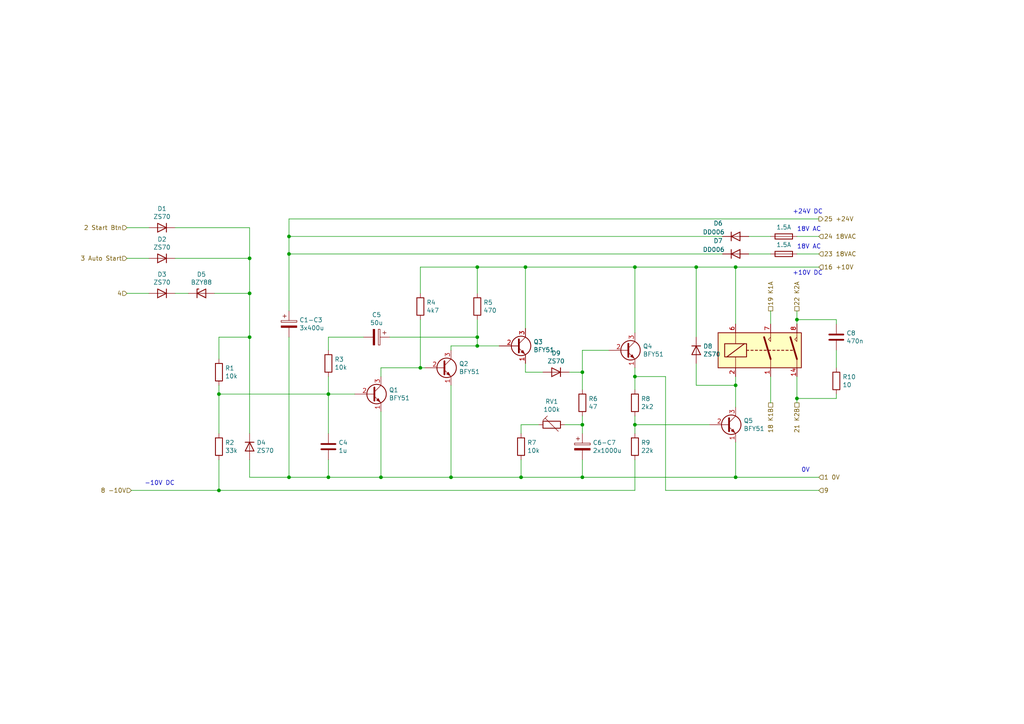
<source format=kicad_sch>
(kicad_sch (version 20211123) (generator eeschema)
  (paper "A4")
  (lib_symbols
    (symbol "Device:C" (pin_numbers hide) (pin_names (offset 0.254))
      (property "Reference" "C" (at 0.635 2.54 0))
      (property "Value" "C" (at 0.635 -2.54 0))
      (symbol "C_0_1"
        (polyline (pts (xy -2.032 -0.762) (xy 2.032 -0.762)) (stroke (width 0.508)))
        (polyline (pts (xy -2.032 0.762) (xy 2.032 0.762)) (stroke (width 0.508)))
      )
      (symbol "C_1_1"
        (pin passive line (at 0 3.81 270) (length 2.794) (name "~") (number "1"))
        (pin passive line (at 0 -3.81 90) (length 2.794) (name "~") (number "2"))
      )
    )
    (symbol "Device:C_Polarized" (pin_numbers hide) (pin_names (offset 0.254))
      (property "Reference" "C" (at 0.635 2.54 0))
      (property "Value" "C_Polarized" (at 0.635 -2.54 0))
      (symbol "C_Polarized_0_1"
        (rectangle (start -2.286 0.508) (end 2.286 1.016))
        (polyline (pts (xy -1.778 2.286) (xy -0.762 2.286)))
        (polyline (pts (xy -1.27 2.794) (xy -1.27 1.778)))
        (rectangle (start 2.286 -0.508) (end -2.286 -1.016) (fill (type outline)))
      )
      (symbol "C_Polarized_1_1"
        (pin passive line (at 0 3.81 270) (length 2.794) (name "~") (number "1"))
        (pin passive line (at 0 -3.81 90) (length 2.794) (name "~") (number "2"))
      )
    )
    (symbol "Device:D" (pin_numbers hide) (pin_names (offset 1.016) hide)
      (property "Reference" "D" (at 0 2.54 0))
      (property "Value" "D" (at 0 -2.54 0))
      (symbol "D_0_1"
        (polyline (pts (xy -1.27 1.27) (xy -1.27 -1.27)) (stroke (width 0.254)))
        (polyline (pts (xy 1.27 0) (xy -1.27 0)))
        (polyline (pts (xy 1.27 1.27) (xy 1.27 -1.27) (xy -1.27 0) (xy 1.27 1.27)) (stroke (width 0.254)))
      )
      (symbol "D_1_1"
        (pin passive line (at -3.81 0 0) (length 2.54) (name "K") (number "1"))
        (pin passive line (at 3.81 0 180) (length 2.54) (name "A") (number "2"))
      )
    )
    (symbol "Device:D_Zener" (pin_numbers hide) (pin_names (offset 1.016) hide)
      (property "Reference" "D" (at 0 2.54 0))
      (property "Value" "D_Zener" (at 0 -2.54 0))
      (symbol "D_Zener_0_1"
        (polyline (pts (xy 1.27 0) (xy -1.27 0)))
        (polyline (pts (xy -1.27 -1.27) (xy -1.27 1.27) (xy -0.762 1.27)) (stroke (width 0.254)))
        (polyline (pts (xy 1.27 -1.27) (xy 1.27 1.27) (xy -1.27 0) (xy 1.27 -1.27)) (stroke (width 0.254)))
      )
      (symbol "D_Zener_1_1"
        (pin passive line (at -3.81 0 0) (length 2.54) (name "K") (number "1"))
        (pin passive line (at 3.81 0 180) (length 2.54) (name "A") (number "2"))
      )
    )
    (symbol "Device:Fuse" (pin_numbers hide) (pin_names (offset 0))
      (property "Reference" "F" (at 2.032 0 90))
      (property "Value" "Fuse" (at -1.905 0 90))
      (symbol "Fuse_0_1"
        (rectangle (start -0.762 -2.54) (end 0.762 2.54) (stroke (width 0.254)))
        (polyline (pts (xy 0 2.54) (xy 0 -2.54)))
      )
      (symbol "Fuse_1_1"
        (pin passive line (at 0 3.81 270) (length 1.27) (name "~") (number "1"))
        (pin passive line (at 0 -3.81 90) (length 1.27) (name "~") (number "2"))
      )
    )
    (symbol "Device:Q_NPN_EBC" (pin_names (offset 0) hide)
      (property "Reference" "Q" (at 5.08 1.27 0))
      (property "Value" "Q_NPN_EBC" (at 5.08 -1.27 0))
      (symbol "Q_NPN_EBC_0_1"
        (polyline (pts (xy 0.635 0.635) (xy 2.54 2.54)))
        (polyline (pts (xy 0.635 -0.635) (xy 2.54 -2.54) (xy 2.54 -2.54)))
        (polyline (pts (xy 0.635 1.905) (xy 0.635 -1.905) (xy 0.635 -1.905)) (stroke (width 0.508)))
        (polyline (pts (xy 1.27 -1.778) (xy 1.778 -1.27) (xy 2.286 -2.286) (xy 1.27 -1.778) (xy 1.27 -1.778)) (fill (type outline)))
        (circle (center 1.27 0) (radius 2.8194) (stroke (width 0.254)))
      )
      (symbol "Q_NPN_EBC_1_1"
        (pin passive line (at 2.54 -5.08 90) (length 2.54) (name "E") (number "1"))
        (pin passive line (at -5.08 0 0) (length 5.715) (name "B") (number "2"))
        (pin passive line (at 2.54 5.08 270) (length 2.54) (name "C") (number "3"))
      )
    )
    (symbol "Device:R" (pin_numbers hide) (pin_names (offset 0))
      (property "Reference" "R" (at 2.032 0 90))
      (property "Value" "R" (at 0 0 90))
      (symbol "R_0_1"
        (rectangle (start -1.016 -2.54) (end 1.016 2.54) (stroke (width 0.254)))
      )
      (symbol "R_1_1"
        (pin passive line (at 0 3.81 270) (length 1.27) (name "~") (number "1"))
        (pin passive line (at 0 -3.81 90) (length 1.27) (name "~") (number "2"))
      )
    )
    (symbol "Device:R_Trim" (pin_numbers hide) (pin_names (offset 0))
      (property "Reference" "R" (at 2.54 -2.54 90))
      (property "Value" "R_Trim" (at -2.54 -0.635 90))
      (symbol "R_Trim_0_1"
        (rectangle (start -1.016 -2.54) (end 1.016 2.54) (stroke (width 0.254)))
        (polyline (pts (xy -1.905 -1.905) (xy 1.905 1.905) (xy 2.54 1.27) (xy 1.27 2.54)))
      )
      (symbol "R_Trim_1_1"
        (pin passive line (at 0 3.81 270) (length 1.27) (name "~") (number "1"))
        (pin passive line (at 0 -3.81 90) (length 1.27) (name "~") (number "2"))
      )
    )
    (symbol "Relay:DIPxx-2Axx-21x"
      (property "Reference" "K" (at 12.7 3.81 0))
      (property "Value" "DIPxx-2Axx-21x" (at 12.7 1.27 0))
      (symbol "DIPxx-2Axx-21x_0_0"
        (polyline (pts (xy 2.54 5.08) (xy 2.54 2.54) (xy 1.905 3.175) (xy 2.54 3.81)))
        (polyline (pts (xy 10.16 5.08) (xy 10.16 2.54) (xy 9.525 3.175) (xy 10.16 3.81)))
      )
      (symbol "DIPxx-2Axx-21x_0_1"
        (rectangle (start -12.7 5.08) (end 11.43 -5.08) (stroke (width 0.254)) (fill (type background)))
        (rectangle (start -10.795 1.905) (end -4.445 -1.905) (stroke (width 0.254)))
        (polyline (pts (xy -10.16 -1.905) (xy -5.08 1.905)) (stroke (width 0.254)))
        (polyline (pts (xy -7.62 -5.08) (xy -7.62 -1.905)))
        (polyline (pts (xy -7.62 5.08) (xy -7.62 1.905)))
        (polyline (pts (xy -4.445 0) (xy -3.81 0)) (stroke (width 0.254)))
        (polyline (pts (xy -3.175 0) (xy -2.54 0)) (stroke (width 0.254)))
        (polyline (pts (xy -1.905 0) (xy -1.27 0)) (stroke (width 0.254)))
        (polyline (pts (xy -0.635 0) (xy 0 0)) (stroke (width 0.254)))
        (polyline (pts (xy 0.635 0) (xy 1.27 0)) (stroke (width 0.254)))
        (polyline (pts (xy 1.905 0) (xy 2.54 0)) (stroke (width 0.254)))
        (polyline (pts (xy 2.54 -2.54) (xy 0.635 3.81)) (stroke (width 0.508)))
        (polyline (pts (xy 2.54 -2.54) (xy 2.54 -5.08)))
        (polyline (pts (xy 3.175 0) (xy 3.81 0)) (stroke (width 0.254)))
        (polyline (pts (xy 4.445 0) (xy 5.08 0)) (stroke (width 0.254)))
        (polyline (pts (xy 5.715 0) (xy 6.35 0)) (stroke (width 0.254)))
        (polyline (pts (xy 6.985 0) (xy 7.62 0)) (stroke (width 0.254)))
        (polyline (pts (xy 8.255 0) (xy 8.89 0)) (stroke (width 0.254)))
        (polyline (pts (xy 10.16 -2.54) (xy 8.255 3.81)) (stroke (width 0.508)))
        (polyline (pts (xy 10.16 -2.54) (xy 10.16 -5.08)))
      )
      (symbol "DIPxx-2Axx-21x_1_1"
        (pin passive line (at 2.54 -7.62 90) (length 2.54) (name "~") (number "1"))
        (pin passive line (at 10.16 -7.62 90) (length 2.54) (name "~") (number "14"))
        (pin passive line (at -7.62 -7.62 90) (length 2.54) (name "~") (number "2"))
        (pin passive line (at -7.62 7.62 270) (length 2.54) (name "~") (number "6"))
        (pin passive line (at 2.54 7.62 270) (length 2.54) (name "~") (number "7"))
        (pin passive line (at 10.16 7.62 270) (length 2.54) (name "~") (number "8"))
      )
    )
  )
  (junction (at 95.25 114.3))
  (junction (at 184.15 109.22))
  (junction (at 72.39 97.79))
  (junction (at 213.36 111.76))
  (junction (at 72.39 74.93))
  (junction (at 83.82 73.66))
  (junction (at 152.4 77.47))
  (junction (at 184.15 123.19))
  (junction (at 138.43 97.79))
  (junction (at 184.15 77.47))
  (junction (at 168.91 123.19))
  (junction (at 83.82 68.58))
  (junction (at 63.5 114.3))
  (junction (at 121.92 106.68))
  (junction (at 151.13 138.43))
  (junction (at 72.39 85.09))
  (junction (at 138.43 100.33))
  (junction (at 231.14 92.71))
  (junction (at 110.49 138.43))
  (junction (at 168.91 138.43))
  (junction (at 213.36 138.43))
  (junction (at 231.14 115.57))
  (junction (at 95.25 138.43))
  (junction (at 201.93 77.47))
  (junction (at 130.81 138.43))
  (junction (at 168.91 107.95))
  (junction (at 63.5 142.24))
  (junction (at 138.43 77.47))
  (junction (at 213.36 77.47))
  (junction (at 83.82 138.43))
  (wire (pts (xy 223.52 90.17) (xy 223.52 93.98)))
  (wire (pts (xy 138.43 97.79) (xy 138.43 100.33)))
  (wire (pts (xy 231.14 115.57) (xy 231.14 116.84)))
  (wire (pts (xy 156.21 123.19) (xy 151.13 123.19)))
  (wire (pts (xy 157.48 107.95) (xy 152.4 107.95)))
  (wire (pts (xy 237.49 77.47) (xy 213.36 77.47)))
  (wire (pts (xy 105.41 97.79) (xy 95.25 97.79)))
  (wire (pts (xy 168.91 138.43) (xy 151.13 138.43)))
  (wire (pts (xy 213.36 138.43) (xy 213.36 128.27)))
  (wire (pts (xy 83.82 97.79) (xy 83.82 138.43)))
  (wire (pts (xy 63.5 104.14) (xy 63.5 97.79)))
  (wire (pts (xy 138.43 100.33) (xy 144.78 100.33)))
  (wire (pts (xy 138.43 77.47) (xy 152.4 77.47)))
  (wire (pts (xy 63.5 97.79) (xy 72.39 97.79)))
  (wire (pts (xy 168.91 133.35) (xy 168.91 138.43)))
  (wire (pts (xy 201.93 105.41) (xy 201.93 111.76)))
  (wire (pts (xy 151.13 123.19) (xy 151.13 125.73)))
  (wire (pts (xy 213.36 77.47) (xy 201.93 77.47)))
  (wire (pts (xy 193.04 142.24) (xy 237.49 142.24)))
  (wire (pts (xy 242.57 114.3) (xy 242.57 115.57)))
  (wire (pts (xy 83.82 68.58) (xy 83.82 63.5)))
  (wire (pts (xy 72.39 138.43) (xy 72.39 133.35)))
  (wire (pts (xy 36.83 74.93) (xy 43.18 74.93)))
  (wire (pts (xy 201.93 111.76) (xy 213.36 111.76)))
  (wire (pts (xy 213.36 111.76) (xy 213.36 118.11)))
  (wire (pts (xy 165.1 107.95) (xy 168.91 107.95)))
  (wire (pts (xy 231.14 68.58) (xy 237.49 68.58)))
  (wire (pts (xy 152.4 107.95) (xy 152.4 105.41)))
  (wire (pts (xy 201.93 77.47) (xy 201.93 97.79)))
  (wire (pts (xy 151.13 138.43) (xy 130.81 138.43)))
  (wire (pts (xy 152.4 95.25) (xy 152.4 77.47)))
  (wire (pts (xy 50.8 66.04) (xy 72.39 66.04)))
  (wire (pts (xy 72.39 66.04) (xy 72.39 74.93)))
  (wire (pts (xy 130.81 100.33) (xy 138.43 100.33)))
  (wire (pts (xy 231.14 109.22) (xy 231.14 115.57)))
  (wire (pts (xy 231.14 92.71) (xy 231.14 93.98)))
  (wire (pts (xy 184.15 120.65) (xy 184.15 123.19)))
  (wire (pts (xy 209.55 73.66) (xy 83.82 73.66)))
  (wire (pts (xy 95.25 138.43) (xy 83.82 138.43)))
  (wire (pts (xy 213.36 109.22) (xy 213.36 111.76)))
  (wire (pts (xy 152.4 77.47) (xy 184.15 77.47)))
  (wire (pts (xy 50.8 85.09) (xy 54.61 85.09)))
  (wire (pts (xy 130.81 111.76) (xy 130.81 138.43)))
  (wire (pts (xy 62.23 85.09) (xy 72.39 85.09)))
  (wire (pts (xy 130.81 138.43) (xy 110.49 138.43)))
  (wire (pts (xy 184.15 106.68) (xy 184.15 109.22)))
  (wire (pts (xy 95.25 109.22) (xy 95.25 114.3)))
  (wire (pts (xy 121.92 85.09) (xy 121.92 77.47)))
  (wire (pts (xy 83.82 73.66) (xy 83.82 68.58)))
  (wire (pts (xy 72.39 74.93) (xy 72.39 85.09)))
  (wire (pts (xy 168.91 138.43) (xy 213.36 138.43)))
  (wire (pts (xy 110.49 106.68) (xy 110.49 109.22)))
  (wire (pts (xy 237.49 73.66) (xy 231.14 73.66)))
  (wire (pts (xy 83.82 90.17) (xy 83.82 73.66)))
  (wire (pts (xy 83.82 138.43) (xy 72.39 138.43)))
  (wire (pts (xy 223.52 73.66) (xy 217.17 73.66)))
  (wire (pts (xy 121.92 92.71) (xy 121.92 106.68)))
  (wire (pts (xy 168.91 101.6) (xy 168.91 107.95)))
  (wire (pts (xy 205.74 123.19) (xy 184.15 123.19)))
  (wire (pts (xy 168.91 123.19) (xy 168.91 125.73)))
  (wire (pts (xy 63.5 142.24) (xy 38.1 142.24)))
  (wire (pts (xy 242.57 115.57) (xy 231.14 115.57)))
  (wire (pts (xy 110.49 138.43) (xy 95.25 138.43)))
  (wire (pts (xy 95.25 97.79) (xy 95.25 101.6)))
  (wire (pts (xy 242.57 93.98) (xy 242.57 92.71)))
  (wire (pts (xy 50.8 74.93) (xy 72.39 74.93)))
  (wire (pts (xy 168.91 120.65) (xy 168.91 123.19)))
  (wire (pts (xy 138.43 85.09) (xy 138.43 77.47)))
  (wire (pts (xy 184.15 123.19) (xy 184.15 125.73)))
  (wire (pts (xy 113.03 97.79) (xy 138.43 97.79)))
  (wire (pts (xy 121.92 106.68) (xy 110.49 106.68)))
  (wire (pts (xy 63.5 142.24) (xy 63.5 133.35)))
  (wire (pts (xy 63.5 111.76) (xy 63.5 114.3)))
  (wire (pts (xy 36.83 85.09) (xy 43.18 85.09)))
  (wire (pts (xy 223.52 68.58) (xy 217.17 68.58)))
  (wire (pts (xy 63.5 114.3) (xy 63.5 125.73)))
  (wire (pts (xy 242.57 101.6) (xy 242.57 106.68)))
  (wire (pts (xy 110.49 119.38) (xy 110.49 138.43)))
  (wire (pts (xy 184.15 77.47) (xy 201.93 77.47)))
  (wire (pts (xy 209.55 68.58) (xy 83.82 68.58)))
  (wire (pts (xy 242.57 92.71) (xy 231.14 92.71)))
  (wire (pts (xy 223.52 116.84) (xy 223.52 109.22)))
  (wire (pts (xy 176.53 101.6) (xy 168.91 101.6)))
  (wire (pts (xy 184.15 109.22) (xy 193.04 109.22)))
  (wire (pts (xy 138.43 92.71) (xy 138.43 97.79)))
  (wire (pts (xy 72.39 97.79) (xy 72.39 125.73)))
  (wire (pts (xy 193.04 109.22) (xy 193.04 142.24)))
  (wire (pts (xy 168.91 107.95) (xy 168.91 113.03)))
  (wire (pts (xy 123.19 106.68) (xy 121.92 106.68)))
  (wire (pts (xy 184.15 96.52) (xy 184.15 77.47)))
  (wire (pts (xy 213.36 77.47) (xy 213.36 93.98)))
  (wire (pts (xy 43.18 66.04) (xy 36.83 66.04)))
  (wire (pts (xy 163.83 123.19) (xy 168.91 123.19)))
  (wire (pts (xy 83.82 63.5) (xy 237.49 63.5)))
  (wire (pts (xy 184.15 109.22) (xy 184.15 113.03)))
  (wire (pts (xy 184.15 142.24) (xy 63.5 142.24)))
  (wire (pts (xy 95.25 114.3) (xy 63.5 114.3)))
  (wire (pts (xy 151.13 133.35) (xy 151.13 138.43)))
  (wire (pts (xy 95.25 133.35) (xy 95.25 138.43)))
  (wire (pts (xy 237.49 138.43) (xy 213.36 138.43)))
  (wire (pts (xy 72.39 85.09) (xy 72.39 97.79)))
  (wire (pts (xy 95.25 114.3) (xy 95.25 125.73)))
  (wire (pts (xy 121.92 77.47) (xy 138.43 77.47)))
  (wire (pts (xy 184.15 133.35) (xy 184.15 142.24)))
  (wire (pts (xy 130.81 100.33) (xy 130.81 101.6)))
  (wire (pts (xy 231.14 90.17) (xy 231.14 92.71)))
  (wire (pts (xy 102.87 114.3) (xy 95.25 114.3)))
  (text "+24V DC" (at 229.87 62.23 0) (effects (font (size 1.27 1.27)) (justify left bottom)))
  (text "0V" (at 232.41 137.16 0) (effects (font (size 1.27 1.27)) (justify left bottom)))
  (text "-10V DC" (at 41.91 140.97 0) (effects (font (size 1.27 1.27)) (justify left bottom)))
  (text "18V AC" (at 231.14 67.31 0) (effects (font (size 1.27 1.27)) (justify left bottom)))
  (text "18V AC" (at 231.14 72.39 0) (effects (font (size 1.27 1.27)) (justify left bottom)))
  (text "+10V DC" (at 229.87 80.01 0) (effects (font (size 1.27 1.27)) (justify left bottom)))
  (hierarchical_label "18 K1B" (shape passive) (at 223.52 116.84 270))
  (hierarchical_label "2 Start Btn" (shape input) (at 36.83 66.04 180))
  (hierarchical_label "24 18VAC" (shape input) (at 237.49 68.58 0))
  (hierarchical_label "23 18VAC" (shape input) (at 237.49 73.66 0))
  (hierarchical_label "9" (shape input) (at 237.49 142.24 0))
  (hierarchical_label "3 Auto Start" (shape input) (at 36.83 74.93 180))
  (hierarchical_label "21 K2B" (shape passive) (at 231.14 116.84 270))
  (hierarchical_label "8 -10V" (shape input) (at 38.1 142.24 180))
  (hierarchical_label "22 K2A" (shape passive) (at 231.14 90.17 90))
  (hierarchical_label "1 0V" (shape input) (at 237.49 138.43 0))
  (hierarchical_label "19 K1A" (shape passive) (at 223.52 90.17 90))
  (hierarchical_label "16 +10V" (shape input) (at 237.49 77.47 0))
  (hierarchical_label "25 +24V" (shape output) (at 237.49 63.5 0))
  (hierarchical_label "4" (shape input) (at 36.83 85.09 180))
  (symbol (lib_id "Device:D") (at 213.36 68.58 0) (unit 1)
    (property "Reference" "D6" (at 208.28 64.77 0))
    (property "Value" "DD006" (at 207.01 67.31 0))
  )
  (symbol (lib_id "Device:D") (at 213.36 73.66 0) (unit 1)
    (property "Reference" "D7" (at 208.28 69.85 0))
    (property "Value" "DD006" (at 207.01 72.39 0))
  )
  (symbol (lib_id "Device:D") (at 201.93 101.6 270) (unit 1)
    (property "Reference" "D8" (at 203.962 100.4316 90) (effects (justify left)))
    (property "Value" "ZS70" (at 203.962 102.743 90) (effects (justify left)))
  )
  (symbol (lib_id "Device:D") (at 161.29 107.95 180) (unit 1)
    (property "Reference" "D9" (at 161.29 102.4382 0))
    (property "Value" "ZS70" (at 161.29 104.7496 0))
  )
  (symbol (lib_id "Device:D") (at 72.39 129.54 270) (unit 1)
    (property "Reference" "D4" (at 74.422 128.3716 90) (effects (justify left)))
    (property "Value" "ZS70" (at 74.422 130.683 90) (effects (justify left)))
  )
  (symbol (lib_id "Device:D") (at 46.99 66.04 180) (unit 1)
    (property "Reference" "D1" (at 46.99 60.5282 0))
    (property "Value" "ZS70" (at 46.99 62.8396 0))
  )
  (symbol (lib_id "Device:D") (at 46.99 74.93 180) (unit 1)
    (property "Reference" "D2" (at 46.99 69.4182 0))
    (property "Value" "ZS70" (at 46.99 71.7296 0))
  )
  (symbol (lib_id "Device:D") (at 46.99 85.09 180) (unit 1)
    (property "Reference" "D3" (at 46.99 79.5782 0))
    (property "Value" "ZS70" (at 46.99 81.8896 0))
  )
  (symbol (lib_id "Device:D_Zener") (at 58.42 85.09 0) (unit 1)
    (property "Reference" "D5" (at 58.42 79.5782 0))
    (property "Value" "BZY88" (at 58.42 81.8896 0))
  )
  (symbol (lib_id "Device:Fuse") (at 227.33 73.66 90) (unit 1)
    (property "Reference" "F2" (effects hide))
    (property "Value" "1.5A" (at 227.33 70.993 90))
  )
  (symbol (lib_id "Device:Fuse") (at 227.33 68.58 90) (unit 1)
    (property "Reference" "F1" (effects hide))
    (property "Value" "1.5A" (at 227.33 65.913 90))
  )
  (symbol (lib_id "Device:Q_NPN_EBC") (at 107.95 114.3 0) (unit 1)
    (property "Reference" "Q1" (at 112.8014 113.1316 0) (effects (justify left)))
    (property "Value" "BFY51" (at 112.8014 115.443 0) (effects (justify left)))
  )
  (symbol (lib_id "Device:Q_NPN_EBC") (at 128.27 106.68 0) (unit 1)
    (property "Reference" "Q2" (at 133.1214 105.5116 0) (effects (justify left)))
    (property "Value" "BFY51" (at 133.1214 107.823 0) (effects (justify left)))
  )
  (symbol (lib_id "Device:Q_NPN_EBC") (at 210.82 123.19 0) (unit 1)
    (property "Reference" "Q5" (at 215.6714 122.0216 0) (effects (justify left)))
    (property "Value" "BFY51" (at 215.6714 124.333 0) (effects (justify left)))
  )
  (symbol (lib_id "Device:Q_NPN_EBC") (at 149.86 100.33 0) (unit 1)
    (property "Reference" "Q3" (at 154.7114 99.1616 0) (effects (justify left)))
    (property "Value" "BFY51" (at 154.7114 101.473 0) (effects (justify left)))
  )
  (symbol (lib_id "Device:Q_NPN_EBC") (at 181.61 101.6 0) (unit 1)
    (property "Reference" "Q4" (at 186.4614 100.4316 0) (effects (justify left)))
    (property "Value" "BFY51" (at 186.4614 102.743 0) (effects (justify left)))
  )
  (symbol (lib_id "Device:R") (at 63.5 107.95 0) (unit 1)
    (property "Reference" "R1" (at 65.278 106.7816 0) (effects (justify left)))
    (property "Value" "10k" (at 65.278 109.093 0) (effects (justify left)))
  )
  (symbol (lib_id "Device:R") (at 63.5 129.54 0) (unit 1)
    (property "Reference" "R2" (at 65.278 128.3716 0) (effects (justify left)))
    (property "Value" "33k" (at 65.278 130.683 0) (effects (justify left)))
  )
  (symbol (lib_id "Device:R") (at 95.25 105.41 0) (unit 1)
    (property "Reference" "R3" (at 97.028 104.2416 0) (effects (justify left)))
    (property "Value" "10k" (at 97.028 106.553 0) (effects (justify left)))
  )
  (symbol (lib_id "Device:R") (at 121.92 88.9 0) (unit 1)
    (property "Reference" "R4" (at 123.698 87.7316 0) (effects (justify left)))
    (property "Value" "4k7" (at 123.698 90.043 0) (effects (justify left)))
  )
  (symbol (lib_id "Device:R") (at 138.43 88.9 0) (unit 1)
    (property "Reference" "R5" (at 140.208 87.7316 0) (effects (justify left)))
    (property "Value" "470" (at 140.208 90.043 0) (effects (justify left)))
  )
  (symbol (lib_id "Device:R") (at 151.13 129.54 0) (unit 1)
    (property "Reference" "R7" (at 152.908 128.3716 0) (effects (justify left)))
    (property "Value" "10k" (at 152.908 130.683 0) (effects (justify left)))
  )
  (symbol (lib_id "Device:R") (at 168.91 116.84 0) (unit 1)
    (property "Reference" "R6" (at 170.688 115.6716 0) (effects (justify left)))
    (property "Value" "47" (at 170.688 117.983 0) (effects (justify left)))
  )
  (symbol (lib_id "Device:R") (at 184.15 129.54 0) (unit 1)
    (property "Reference" "R9" (at 185.928 128.3716 0) (effects (justify left)))
    (property "Value" "22k" (at 185.928 130.683 0) (effects (justify left)))
  )
  (symbol (lib_id "Device:R") (at 184.15 116.84 0) (unit 1)
    (property "Reference" "R8" (at 185.928 115.6716 0) (effects (justify left)))
    (property "Value" "2k2" (at 185.928 117.983 0) (effects (justify left)))
  )
  (symbol (lib_id "Device:R") (at 242.57 110.49 0) (unit 1)
    (property "Reference" "R10" (at 244.348 109.3216 0) (effects (justify left)))
    (property "Value" "10" (at 244.348 111.633 0) (effects (justify left)))
  )
  (symbol (lib_id "Device:R_Trim") (at 160.02 123.19 90) (unit 1)
    (property "Reference" "RV1" (at 160.02 116.459 90))
    (property "Value" "100k" (at 160.02 118.7704 90))
  )
  (symbol (lib_id "Device:C_Polarized") (at 109.22 97.79 270) (unit 1)
    (property "Reference" "C5" (at 109.22 91.313 90))
    (property "Value" "50u" (at 109.22 93.6244 90))
  )
  (symbol (lib_id "Device:C_Polarized") (at 168.91 129.54 0) (unit 1)
    (property "Reference" "C6-C7" (at 171.9072 128.3716 0) (effects (justify left)))
    (property "Value" "2x1000u" (at 171.9072 130.683 0) (effects (justify left)))
  )
  (symbol (lib_id "Device:C_Polarized") (at 83.82 93.98 0) (unit 1)
    (property "Reference" "C1-C3" (at 86.8172 92.8116 0) (effects (justify left)))
    (property "Value" "3x400u" (at 86.8172 95.123 0) (effects (justify left)))
  )
  (symbol (lib_id "Device:C") (at 95.25 129.54 0) (unit 1)
    (property "Reference" "C4" (at 98.171 128.3716 0) (effects (justify left)))
    (property "Value" "1u" (at 98.171 130.683 0) (effects (justify left)))
  )
  (symbol (lib_id "Device:C") (at 242.57 97.79 0) (unit 1)
    (property "Reference" "C8" (at 245.491 96.6216 0) (effects (justify left)))
    (property "Value" "470n" (at 245.491 98.933 0) (effects (justify left)))
  )
  (symbol (lib_id "Relay:DIPxx-2Axx-21x") (at 220.98 101.6 0) (unit 1)
    (property "Reference" "K?" (effects hide))
    (property "Value" "DIPxx-2Axx-21x" (effects hide))
    (property "Footprint" "Relay_THT:Relay_StandexMeder_DIP_LowProfile" (effects hide))
    (property "Datasheet" "https://standexelectronics.com/wp-content/uploads/datasheet_reed_relay_DIP.pdf" (effects hide))
  )
)
</source>
